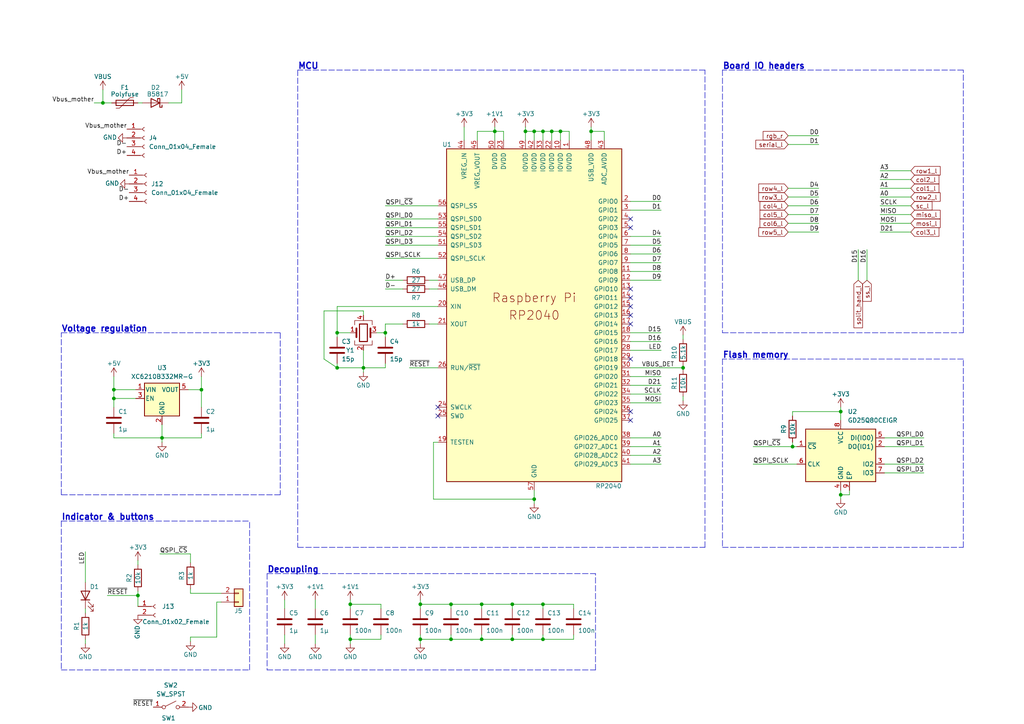
<source format=kicad_sch>
(kicad_sch (version 20211123) (generator eeschema)
  (paper "A4")
  (title_block (title "0xB2 - Splinky") (rev "2") (company "plut0nium"))
  (junction (at 46.99 127))
  (junction (at 105.41 106.68))
  (junction (at 154.94 38.1))
  (junction (at 162.56 38.1))
  (junction (at 111.76 96.52))
  (junction (at 157.48 185.42))
  (junction (at 101.6 185.42))
  (junction (at 40.005 172.72))
  (junction (at -85.09 48.26))
  (junction (at 157.48 38.1))
  (junction (at 97.79 96.52))
  (junction (at 157.48 175.26))
  (junction (at 101.6 175.26))
  (junction (at 121.92 185.42))
  (junction (at 148.59 185.42))
  (junction (at 130.81 175.26))
  (junction (at 148.59 175.26))
  (junction (at 152.4 38.1))
  (junction (at 160.02 38.1))
  (junction (at 33.02 113.03))
  (junction (at 171.45 38.1))
  (junction (at 139.7 185.42))
  (junction (at 154.94 144.78))
  (junction (at -104.14 72.39))
  (junction (at 198.12 106.68))
  (junction (at 58.42 113.03))
  (junction (at 229.87 129.54))
  (junction (at 139.7 175.26))
  (junction (at -68.58 40.64))
  (junction (at 130.81 185.42))
  (junction (at 97.79 106.68))
  (junction (at 33.02 115.57))
  (junction (at -85.09 50.8))
  (junction (at 243.84 119.38))
  (junction (at 29.845 29.845))
  (junction (at 143.51 38.1))
  (junction (at 243.84 143.51))
  (junction (at 121.92 175.26))
  (no_connect (at 373.38 85.09))
  (no_connect (at 182.88 119.38))
  (no_connect (at 182.88 121.92))
  (no_connect (at 182.88 83.82))
  (no_connect (at 182.88 104.14))
  (no_connect (at 182.88 86.36))
  (no_connect (at 182.88 88.9))
  (no_connect (at 182.88 91.44))
  (no_connect (at 182.88 93.98))
  (no_connect (at -88.9 60.96))
  (no_connect (at -88.9 63.5))
  (no_connect (at 182.88 63.5))
  (no_connect (at 182.88 66.04))
  (no_connect (at 324.485 83.185))
  (no_connect (at 127 118.11))
  (no_connect (at 127 120.65))
  (polyline (pts (xy 209.55 96.52) (xy 279.4 96.52)))
  (wire (pts (xy 171.45 38.1) (xy 171.45 40.64)))
  (wire (pts (xy 33.02 115.57) (xy 33.02 118.11)))
  (wire (pts (xy 105.41 91.44) (xy 105.41 90.17)))
  (wire (pts (xy 118.745 106.68) (xy 127 106.68)))
  (wire (pts (xy 58.42 109.22) (xy 58.42 113.03)))
  (wire (pts (xy 55.245 170.815) (xy 55.245 172.085)))
  (wire (pts (xy 82.55 173.99) (xy 82.55 176.53)))
  (wire (pts (xy 40.005 29.845) (xy 41.275 29.845)))
  (wire (pts (xy 267.97 134.62) (xy 256.54 134.62)))
  (wire (pts (xy 101.6 175.26) (xy 110.49 175.26)))
  (wire (pts (xy 121.92 173.99) (xy 121.92 175.26)))
  (polyline (pts (xy 17.78 194.31) (xy 72.39 194.31)))
  (wire (pts (xy 255.27 54.61) (xy 264.16 54.61)))
  (wire (pts (xy 228.6 67.31) (xy 237.49 67.31)))
  (polyline (pts (xy 204.47 158.75) (xy 204.47 20.32)))
  (wire (pts (xy 182.88 127) (xy 191.77 127)))
  (wire (pts (xy -88.9 50.8) (xy -85.09 50.8)))
  (wire (pts (xy 91.44 173.99) (xy 91.44 176.53)))
  (wire (pts (xy 267.97 137.16) (xy 256.54 137.16)))
  (polyline (pts (xy 279.4 104.14) (xy 209.55 104.14)))
  (wire (pts (xy 111.76 66.04) (xy 127 66.04)))
  (wire (pts (xy 182.88 101.6) (xy 191.77 101.6)))
  (wire (pts (xy 121.92 185.42) (xy 130.81 185.42)))
  (wire (pts (xy 33.02 113.03) (xy 39.37 113.03)))
  (wire (pts (xy 101.6 175.26) (xy 101.6 176.53)))
  (wire (pts (xy 243.84 118.11) (xy 243.84 119.38)))
  (wire (pts (xy 109.22 96.52) (xy 111.76 96.52)))
  (wire (pts (xy 105.41 106.68) (xy 105.41 107.95)))
  (wire (pts (xy 162.56 38.1) (xy 165.1 38.1)))
  (wire (pts (xy 48.895 29.845) (xy 52.705 29.845)))
  (wire (pts (xy 121.92 175.26) (xy 130.81 175.26)))
  (wire (pts (xy 228.6 64.77) (xy 237.49 64.77)))
  (wire (pts (xy 97.79 96.52) (xy 97.79 88.9)))
  (wire (pts (xy 111.76 68.58) (xy 127 68.58)))
  (wire (pts (xy 198.12 114.935) (xy 198.12 116.205)))
  (wire (pts (xy 143.51 38.1) (xy 143.51 40.64)))
  (wire (pts (xy 182.88 129.54) (xy 191.77 129.54)))
  (wire (pts (xy 130.81 184.15) (xy 130.81 185.42)))
  (wire (pts (xy -85.09 48.26) (xy -88.9 48.26)))
  (polyline (pts (xy -39.37 137.795) (xy -121.92 137.795)))
  (wire (pts (xy 121.92 185.42) (xy 121.92 186.69)))
  (wire (pts (xy 267.97 127) (xy 256.54 127)))
  (wire (pts (xy 52.705 26.035) (xy 52.705 29.845)))
  (wire (pts (xy 33.02 127) (xy 46.99 127)))
  (wire (pts (xy 125.73 128.27) (xy 127 128.27)))
  (wire (pts (xy 101.6 185.42) (xy 101.6 186.69)))
  (wire (pts (xy 124.46 81.28) (xy 127 81.28)))
  (wire (pts (xy -88.9 45.72) (xy -86.36 45.72)))
  (wire (pts (xy 93.98 90.17) (xy 93.98 104.14)))
  (wire (pts (xy 101.6 185.42) (xy 110.49 185.42)))
  (wire (pts (xy 251.46 81.28) (xy 251.46 72.39)))
  (wire (pts (xy 139.7 185.42) (xy 148.59 185.42)))
  (wire (pts (xy 124.46 93.98) (xy 127 93.98)))
  (wire (pts (xy -86.36 45.72) (xy -85.09 48.26)))
  (wire (pts (xy -105.41 72.39) (xy -104.14 72.39)))
  (wire (pts (xy 243.84 142.24) (xy 243.84 143.51)))
  (wire (pts (xy 157.48 38.1) (xy 157.48 40.64)))
  (wire (pts (xy 111.76 106.68) (xy 111.76 105.41)))
  (wire (pts (xy 62.865 174.625) (xy 62.865 184.785)))
  (wire (pts (xy -88.9 33.02) (xy -86.36 33.02)))
  (wire (pts (xy 46.355 160.655) (xy 55.245 160.655)))
  (wire (pts (xy 58.42 125.73) (xy 58.42 127)))
  (wire (pts (xy 255.27 64.77) (xy 264.16 64.77)))
  (wire (pts (xy 255.27 62.23) (xy 264.16 62.23)))
  (wire (pts (xy 229.87 129.54) (xy 231.14 129.54)))
  (wire (pts (xy 248.92 81.28) (xy 248.92 72.39)))
  (wire (pts (xy 105.41 106.68) (xy 111.76 106.68)))
  (wire (pts (xy 154.94 144.78) (xy 154.94 146.05)))
  (wire (pts (xy 182.88 109.22) (xy 191.77 109.22)))
  (wire (pts (xy 152.4 36.83) (xy 152.4 38.1)))
  (wire (pts (xy 146.05 40.64) (xy 146.05 38.1)))
  (wire (pts (xy 154.94 142.24) (xy 154.94 144.78)))
  (wire (pts (xy 40.005 171.45) (xy 40.005 172.72)))
  (wire (pts (xy 383.54 92.71) (xy 388.62 92.71)))
  (wire (pts (xy 175.26 40.64) (xy 175.26 38.1)))
  (wire (pts (xy 55.245 160.655) (xy 55.245 163.195)))
  (wire (pts (xy 198.12 106.68) (xy 198.12 107.315)))
  (wire (pts (xy 139.7 184.15) (xy 139.7 185.42)))
  (wire (pts (xy 157.48 185.42) (xy 166.37 185.42)))
  (wire (pts (xy 182.88 68.58) (xy 191.77 68.58)))
  (wire (pts (xy -111.76 72.39) (xy -110.49 72.39)))
  (wire (pts (xy 182.88 114.3) (xy 191.77 114.3)))
  (wire (pts (xy 97.79 106.68) (xy 105.41 106.68)))
  (wire (pts (xy 166.37 176.53) (xy 166.37 175.26)))
  (wire (pts (xy 171.45 38.1) (xy 175.26 38.1)))
  (wire (pts (xy 243.84 143.51) (xy 246.38 143.51)))
  (wire (pts (xy 125.73 128.27) (xy 125.73 144.78)))
  (wire (pts (xy 139.7 175.26) (xy 148.59 175.26)))
  (polyline (pts (xy -39.37 85.09) (xy -39.37 137.795)))
  (wire (pts (xy 58.42 113.03) (xy 58.42 118.11)))
  (wire (pts (xy 218.44 134.62) (xy 231.14 134.62)))
  (wire (pts (xy 228.6 39.37) (xy 237.49 39.37)))
  (wire (pts (xy 152.4 38.1) (xy 152.4 40.64)))
  (wire (pts (xy 105.41 90.17) (xy 93.98 90.17)))
  (wire (pts (xy 255.27 52.07) (xy 264.16 52.07)))
  (wire (pts (xy 228.6 59.69) (xy 237.49 59.69)))
  (polyline (pts (xy 209.55 104.14) (xy 209.55 158.75)))
  (wire (pts (xy 148.59 175.26) (xy 157.48 175.26)))
  (wire (pts (xy 110.49 184.15) (xy 110.49 185.42)))
  (polyline (pts (xy 17.78 151.13) (xy 17.78 194.31)))
  (wire (pts (xy 182.88 106.68) (xy 198.12 106.68)))
  (wire (pts (xy 243.84 119.38) (xy 243.84 121.92)))
  (wire (pts (xy 182.88 132.08) (xy 191.77 132.08)))
  (wire (pts (xy 24.765 176.53) (xy 24.765 177.8)))
  (wire (pts (xy 40.005 172.72) (xy 40.005 175.895)))
  (wire (pts (xy 182.88 111.76) (xy 191.77 111.76)))
  (wire (pts (xy 111.76 96.52) (xy 111.76 97.79)))
  (wire (pts (xy 62.865 184.785) (xy 55.245 184.785)))
  (wire (pts (xy -88.9 38.1) (xy -80.01 38.1)))
  (wire (pts (xy 228.6 57.15) (xy 237.49 57.15)))
  (wire (pts (xy 121.92 184.15) (xy 121.92 185.42)))
  (wire (pts (xy 171.45 36.83) (xy 171.45 38.1)))
  (wire (pts (xy 340.995 90.805) (xy 340.995 86.995)))
  (wire (pts (xy 97.79 97.79) (xy 97.79 96.52)))
  (wire (pts (xy 361.315 26.67) (xy 361.823 26.67)))
  (wire (pts (xy 24.765 185.42) (xy 24.765 186.69)))
  (polyline (pts (xy 279.4 96.52) (xy 279.4 20.32)))
  (polyline (pts (xy -121.92 16.51) (xy -39.37 16.51)))
  (wire (pts (xy 228.6 54.61) (xy 237.49 54.61)))
  (wire (pts (xy 218.44 129.54) (xy 229.87 129.54)))
  (wire (pts (xy 130.81 185.42) (xy 139.7 185.42)))
  (wire (pts (xy 82.55 184.15) (xy 82.55 186.69)))
  (wire (pts (xy 182.88 73.66) (xy 191.77 73.66)))
  (wire (pts (xy 97.79 105.41) (xy 97.79 106.68)))
  (wire (pts (xy 130.81 175.26) (xy 130.81 176.53)))
  (wire (pts (xy 97.79 96.52) (xy 101.6 96.52)))
  (wire (pts (xy 111.76 71.12) (xy 127 71.12)))
  (wire (pts (xy 91.44 184.15) (xy 91.44 186.69)))
  (wire (pts (xy 64.135 174.625) (xy 62.865 174.625)))
  (wire (pts (xy 154.94 38.1) (xy 157.48 38.1)))
  (wire (pts (xy 182.88 96.52) (xy 191.77 96.52)))
  (wire (pts (xy -68.58 40.64) (xy -68.58 41.91)))
  (wire (pts (xy 229.87 128.27) (xy 229.87 129.54)))
  (wire (pts (xy 148.59 184.15) (xy 148.59 185.42)))
  (polyline (pts (xy -39.37 16.51) (xy -39.37 85.09)))
  (wire (pts (xy 160.02 38.1) (xy 160.02 40.64)))
  (polyline (pts (xy 17.78 96.52) (xy 81.28 96.52)))
  (wire (pts (xy 33.02 125.73) (xy 33.02 127)))
  (wire (pts (xy -86.36 29.21) (xy -86.36 33.02)))
  (wire (pts (xy -104.14 72.39) (xy -104.14 73.66)))
  (polyline (pts (xy 77.47 194.31) (xy 172.72 194.31)))
  (wire (pts (xy -72.39 38.1) (xy -68.58 38.1)))
  (wire (pts (xy 255.27 59.69) (xy 264.16 59.69)))
  (wire (pts (xy -111.76 71.12) (xy -111.76 72.39)))
  (wire (pts (xy 97.79 88.9) (xy 127 88.9)))
  (wire (pts (xy 182.88 116.84) (xy 191.77 116.84)))
  (wire (pts (xy 246.38 142.24) (xy 246.38 143.51)))
  (wire (pts (xy 111.76 83.82) (xy 116.84 83.82)))
  (wire (pts (xy 267.97 129.54) (xy 256.54 129.54)))
  (wire (pts (xy 148.59 185.42) (xy 157.48 185.42)))
  (wire (pts (xy 33.02 109.22) (xy 33.02 113.03)))
  (wire (pts (xy 229.87 119.38) (xy 243.84 119.38)))
  (wire (pts (xy 138.43 38.1) (xy 143.51 38.1)))
  (wire (pts (xy 228.6 41.91) (xy 237.49 41.91)))
  (wire (pts (xy 33.02 113.03) (xy 33.02 115.57)))
  (wire (pts (xy -88.9 40.64) (xy -80.01 40.64)))
  (wire (pts (xy 27.305 29.845) (xy 29.845 29.845)))
  (wire (pts (xy 111.76 63.5) (xy 127 63.5)))
  (wire (pts (xy 55.245 184.785) (xy 55.245 186.055)))
  (wire (pts (xy 148.59 175.26) (xy 148.59 176.53)))
  (wire (pts (xy 29.845 26.035) (xy 29.845 29.845)))
  (polyline (pts (xy 172.72 194.31) (xy 172.72 166.37)))
  (polyline (pts (xy 81.28 143.51) (xy 17.78 143.51)))
  (wire (pts (xy 116.84 93.98) (xy 111.76 93.98)))
  (wire (pts (xy 143.51 36.83) (xy 143.51 38.1)))
  (polyline (pts (xy -122.555 137.795) (xy -121.92 16.51)))
  (wire (pts (xy 111.76 59.69) (xy 127 59.69)))
  (wire (pts (xy 165.1 40.64) (xy 165.1 38.1)))
  (polyline (pts (xy 209.55 158.75) (xy 279.4 158.75)))
  (polyline (pts (xy 77.47 166.37) (xy 172.72 166.37)))
  (wire (pts (xy 24.765 160.02) (xy 24.765 168.91)))
  (wire (pts (xy 157.48 38.1) (xy 160.02 38.1)))
  (wire (pts (xy 111.76 93.98) (xy 111.76 96.52)))
  (wire (pts (xy 46.99 123.19) (xy 46.99 127)))
  (wire (pts (xy 93.98 104.14) (xy 97.79 106.68)))
  (wire (pts (xy 229.87 120.65) (xy 229.87 119.38)))
  (wire (pts (xy 198.12 97.155) (xy 198.12 98.425)))
  (wire (pts (xy 124.46 83.82) (xy 127 83.82)))
  (wire (pts (xy 182.88 60.96) (xy 191.77 60.96)))
  (wire (pts (xy 157.48 175.26) (xy 166.37 175.26)))
  (wire (pts (xy 105.41 101.6) (xy 105.41 106.68)))
  (polyline (pts (xy 279.4 20.32) (xy 209.55 20.32)))
  (wire (pts (xy 182.88 76.2) (xy 191.77 76.2)))
  (wire (pts (xy -85.09 50.8) (xy -86.36 53.34)))
  (wire (pts (xy 54.61 113.03) (xy 58.42 113.03)))
  (wire (pts (xy 388.62 92.71) (xy 388.62 90.805)))
  (wire (pts (xy 182.88 78.74) (xy 191.77 78.74)))
  (wire (pts (xy 334.645 90.805) (xy 340.995 90.805)))
  (wire (pts (xy 121.92 175.26) (xy 121.92 176.53)))
  (wire (pts (xy 111.76 74.93) (xy 127 74.93)))
  (polyline (pts (xy 209.55 20.32) (xy 209.55 96.52)))
  (wire (pts (xy -85.09 48.26) (xy -79.375 48.26)))
  (wire (pts (xy 138.43 40.64) (xy 138.43 38.1)))
  (polyline (pts (xy 86.36 158.75) (xy 204.47 158.75)))
  (wire (pts (xy 154.94 38.1) (xy 154.94 40.64)))
  (wire (pts (xy 157.48 175.26) (xy 157.48 176.53)))
  (polyline (pts (xy 17.78 143.51) (xy 17.78 96.52)))
  (polyline (pts (xy 204.47 20.32) (xy 86.36 20.32)))
  (wire (pts (xy 182.88 58.42) (xy 191.77 58.42)))
  (wire (pts (xy -72.39 40.64) (xy -68.58 40.64)))
  (wire (pts (xy 111.76 81.28) (xy 116.84 81.28)))
  (wire (pts (xy 162.56 38.1) (xy 162.56 40.64)))
  (wire (pts (xy 198.12 106.045) (xy 198.12 106.68)))
  (wire (pts (xy 182.88 134.62) (xy 191.77 134.62)))
  (polyline (pts (xy 77.47 166.37) (xy 77.47 194.31)))
  (wire (pts (xy 255.27 57.15) (xy 264.16 57.15)))
  (wire (pts (xy -68.58 38.1) (xy -68.58 40.64)))
  (wire (pts (xy 264.16 67.31) (xy 255.27 67.31)))
  (wire (pts (xy 243.84 143.51) (xy 243.84 144.78)))
  (wire (pts (xy -86.36 53.34) (xy -88.9 53.34)))
  (wire (pts (xy 110.49 176.53) (xy 110.49 175.26)))
  (wire (pts (xy -85.09 50.8) (xy -79.375 50.8)))
  (wire (pts (xy 157.48 184.15) (xy 157.48 185.42)))
  (wire (pts (xy 55.245 172.085) (xy 64.135 172.085)))
  (wire (pts (xy 160.02 38.1) (xy 162.56 38.1)))
  (polyline (pts (xy 81.28 96.52) (xy 81.28 143.51)))
  (wire (pts (xy -104.14 71.12) (xy -104.14 72.39)))
  (polyline (pts (xy 72.39 194.31) (xy 72.39 151.13)))
  (wire (pts (xy 152.4 38.1) (xy 154.94 38.1)))
  (wire (pts (xy 182.88 81.28) (xy 191.77 81.28)))
  (wire (pts (xy 46.99 127) (xy 46.99 128.27)))
  (wire (pts (xy 166.37 184.15) (xy 166.37 185.42)))
  (polyline (pts (xy 17.78 151.13) (xy 72.39 151.13)))
  (wire (pts (xy 101.6 184.15) (xy 101.6 185.42)))
  (wire (pts (xy 31.115 172.72) (xy 40.005 172.72)))
  (wire (pts (xy 40.005 162.56) (xy 40.005 163.83)))
  (polyline (pts (xy 86.36 20.32) (xy 86.36 158.75)))
  (wire (pts (xy 125.73 144.78) (xy 154.94 144.78)))
  (wire (pts (xy 182.88 71.12) (xy 191.77 71.12)))
  (wire (pts (xy 134.62 36.83) (xy 134.62 40.64)))
  (wire (pts (xy 143.51 38.1) (xy 146.05 38.1)))
  (wire (pts (xy 139.7 175.26) (xy 139.7 176.53)))
  (wire (pts (xy 46.99 127) (xy 58.42 127)))
  (wire (pts (xy 29.845 29.845) (xy 32.385 29.845)))
  (wire (pts (xy 101.6 173.99) (xy 101.6 175.26)))
  (wire (pts (xy 33.02 115.57) (xy 39.37 115.57)))
  (wire (pts (xy 182.88 99.06) (xy 191.77 99.06)))
  (wire (pts (xy 228.6 62.23) (xy 237.49 62.23)))
  (wire (pts (xy 255.27 49.53) (xy 264.16 49.53)))
  (wire (pts (xy 130.81 175.26) (xy 139.7 175.26)))
  (polyline (pts (xy 279.4 158.75) (xy 279.4 104.14)))
  (text "Decoupling" (at 77.47 166.37 0) (effects (font (size 1.778 1.778) (thickness 0.3556) bold) (justify left bottom)))
  (text "Board IO headers" (at 209.55 20.32 0) (effects (font (size 1.778 1.778) (thickness 0.3556) bold) (justify left bottom)))
  (text "USB-C connector" (at -121.92 16.51 0) (effects (font (size 1.778 1.778) (thickness 0.3556) bold) (justify left bottom)))
  (text "Indicator & buttons" (at 17.78 151.13 0) (effects (font (size 1.778 1.778) (thickness 0.3556) bold) (justify left bottom)))
  (text "ESD protection" (at -111.76 98.425 0) (effects (font (size 1.778 1.778) (thickness 0.3556) bold) (justify left bottom)))
  (text "Voltage regulation" (at 17.78 96.52 0) (effects (font (size 1.778 1.778) (thickness 0.3556) bold) (justify left bottom)))
  (text "Headers" (at -81.28 62.865 0) (effects (font (size 1.778 1.778) (thickness 0.3556) bold) (justify left bottom)))
  (text "MCU" (at 86.36 20.32 0) (effects (font (size 1.778 1.778) (thickness 0.3556) bold) (justify left bottom)))
  (text "Flash memory" (at 209.55 104.14 0) (effects (font (size 1.778 1.778) (thickness 0.3556) bold) (justify left bottom)))
  (label "D8" (at 191.77 78.74 180))
  (label "QSPI_D2" (at 111.76 68.58 0))
  (label "SCLK" (at 191.77 114.3 180))
  (label "D15" (at 191.77 96.52 180))
  (label "Gnd_daughter" (at -93.345 125.73 0))
  (label "D16" (at 191.77 99.06 180))
  (label "LED" (at 191.77 101.6 180))
  (label "SCLK" (at 255.27 59.69 0))
  (label "Gnd_daughter" (at -104.14 73.66 0))
  (label "D0" (at 237.49 39.37 180))
  (label "D-_daughter" (at -103.505 118.11 180))
  (label "D+" (at 37.465 58.42 180))
  (label "VBUS_DET" (at 195.58 106.68 180))
  (label "D6" (at 191.77 73.66 180))
  (label "MOSI" (at 191.77 116.84 180))
  (label "D8" (at 237.49 64.77 180))
  (label "D+_daughter" (at -66.675 87.63 180))
  (label "D-" (at 37.465 55.88 180))
  (label "A2" (at 191.77 132.08 180))
  (label "Gnd_daughter" (at -66.675 82.55 180))
  (label "D7" (at 191.77 76.2 180))
  (label "D-" (at 111.76 83.82 0))
  (label "D1" (at 191.77 60.96 180))
  (label "~{RESET}" (at 31.115 172.72 0))
  (label "Vbus_daughter" (at -86.36 29.21 0))
  (label "QSPI_SCLK" (at 218.44 134.62 0))
  (label "D4" (at 191.77 68.58 180))
  (label "A3" (at 255.27 49.53 0))
  (label "D9" (at 237.49 67.31 180))
  (label "Vbus_daughter" (at -67.31 66.675 180))
  (label "QSPI_D0" (at 267.97 127 180))
  (label "D16" (at 251.46 72.39 270))
  (label "QSPI_~{CS}" (at 218.44 129.54 0))
  (label "QSPI_D1" (at 111.76 66.04 0))
  (label "D5" (at 237.49 57.15 180))
  (label "MOSI" (at 255.27 64.77 0))
  (label "D+" (at 36.83 45.085 180))
  (label "MISO" (at 255.27 62.23 0))
  (label "~{RESET}" (at 118.745 106.68 0))
  (label "D7" (at 237.49 62.23 180))
  (label "D-_daughter" (at -67.31 71.755 180))
  (label "QSPI_D3" (at 111.76 71.12 0))
  (label "~{RESET}" (at 44.45 205.105 180))
  (label "QSPI_~{CS}" (at 111.76 59.69 0))
  (label "Gnd_daughter" (at -67.31 69.215 180))
  (label "A1" (at 191.77 129.54 180))
  (label "Vbus_mother" (at 27.305 29.845 180))
  (label "D5" (at 191.77 71.12 180))
  (label "QSPI_D2" (at 267.97 134.62 180))
  (label "D-" (at 36.83 42.545 180))
  (label "D15" (at 248.92 72.39 270))
  (label "D9" (at 191.77 81.28 180))
  (label "A0" (at 255.27 57.15 0))
  (label "Vbus_mother" (at 36.83 37.465 180))
  (label "D+" (at 111.76 81.28 0))
  (label "D-_daughter" (at -79.375 48.26 0))
  (label "D+_daughter" (at -83.185 113.03 0))
  (label "D6" (at 237.49 59.69 180))
  (label "LED" (at 24.765 160.02 270))
  (label "Vbus_daughter" (at -66.675 80.01 180))
  (label "D21" (at 191.77 111.76 180))
  (label "QSPI_D1" (at 267.97 129.54 180))
  (label "MISO" (at 191.77 109.22 180))
  (label "Gnd_daughter" (at -68.58 41.91 0))
  (label "D-_daughter" (at -66.675 85.09 180))
  (label "A2" (at 255.27 52.07 0))
  (label "D+_daughter" (at -67.31 74.295 180))
  (label "D1" (at 237.49 41.91 180))
  (label "QSPI_~{CS}" (at 46.355 160.655 0))
  (label "Vbus_daughter" (at -93.345 105.41 0))
  (label "QSPI_SCLK" (at 111.76 74.93 0))
  (label "QSPI_D3" (at 267.97 137.16 180))
  (label "A3" (at 191.77 134.62 180))
  (label "D0" (at 191.77 58.42 180))
  (label "D21" (at 255.27 67.31 0))
  (label "Vbus_mother" (at 37.465 50.8 180))
  (label "D-_daughter" (at -103.505 113.03 180))
  (label "D+_daughter" (at -79.375 50.8 0))
  (label "A0" (at 191.77 127 180))
  (label "~{RESET}" (at 43.815 214.63 180))
  (label "QSPI_D0" (at 111.76 63.5 0))
  (label "D4" (at 237.49 54.61 180))
  (label "D+_daughter" (at -83.185 118.11 0))
  (label "A1" (at 255.27 54.61 0))
  (global_label "row3_l" (shape input) (at 362.839 58.42 180) (property "Intersheet References" "${INTERSHEET_REFS}" (effects hide)))
  (global_label "ss_l" (shape input) (at 361.315 29.21 180) (property "Intersheet References" "${INTERSHEET_REFS}" (effects hide)))
  (global_label "miso_l" (shape input) (at 361.315 36.83 180) (property "Intersheet References" "${INTERSHEET_REFS}" (effects hide)))
  (global_label "col3_l" (shape input) (at 264.16 67.31 0) (property "Intersheet References" "${INTERSHEET_REFS}" (effects hide)))
  (global_label "rgb_r" (shape input) (at 228.6 39.37 180) (property "Intersheet References" "${INTERSHEET_REFS}" (effects hide)))
  (global_label "split_hand_l" (shape input) (at 248.92 81.28 270) (property "Intersheet References" "${INTERSHEET_REFS}" (effects hide)))
  (global_label "sc_l" (shape input) (at 361.315 34.29 180) (property "Intersheet References" "${INTERSHEET_REFS}" (effects hide)))
  (global_label "col3_l" (shape input) (at 402.209 26.67 180) (property "Intersheet References" "${INTERSHEET_REFS}" (effects hide)))
  (global_label "col4_l" (shape input) (at 362.839 60.96 180) (property "Intersheet References" "${INTERSHEET_REFS}" (effects hide)))
  (global_label "col4_l" (shape input) (at 228.6 59.69 180) (property "Intersheet References" "${INTERSHEET_REFS}" (effects hide)))
  (global_label "col1_l" (shape input) (at 402.209 34.29 180) (property "Intersheet References" "${INTERSHEET_REFS}" (effects hide)))
  (global_label "row5_l" (shape input) (at 362.839 68.58 180) (property "Intersheet References" "${INTERSHEET_REFS}" (effects hide)))
  (global_label "ss_l" (shape input) (at 251.46 81.28 270) (property "Intersheet References" "${INTERSHEET_REFS}" (effects hide)))
  (global_label "row2_l" (shape input) (at 402.209 36.83 180) (property "Intersheet References" "${INTERSHEET_REFS}" (effects hide)))
  (global_label "col5_l" (shape input) (at 362.839 63.5 180) (property "Intersheet References" "${INTERSHEET_REFS}" (effects hide)))
  (global_label "row1_l" (shape input) (at 264.16 49.53 0) (property "Intersheet References" "${INTERSHEET_REFS}" (effects hide)))
  (global_label "row2_l" (shape input) (at 264.16 57.15 0) (property "Intersheet References" "${INTERSHEET_REFS}" (effects hide)))
  (global_label "serial_l" (shape input) (at 228.6 41.91 180) (property "Intersheet References" "${INTERSHEET_REFS}" (effects hide)))
  (global_label "row4_l" (shape input) (at 362.839 55.88 180) (property "Intersheet References" "${INTERSHEET_REFS}" (effects hide)))
  (global_label "serial_l" (shape input) (at 324.485 85.725 0) (property "Intersheet References" "${INTERSHEET_REFS}" (effects hide)))
  (global_label "row4_l" (shape input) (at 228.6 54.61 180) (property "Intersheet References" "${INTERSHEET_REFS}" (effects hide)))
  (global_label "col2_l" (shape input) (at 264.16 52.07 0) (property "Intersheet References" "${INTERSHEET_REFS}" (effects hide)))
  (global_label "rgb_r" (shape input) (at 383.667 35.052 180) (property "Intersheet References" "${INTERSHEET_REFS}" (effects hide)))
  (global_label "col6_l" (shape input) (at 228.6 64.77 180) (property "Intersheet References" "${INTERSHEET_REFS}" (effects hide)))
  (global_label "miso_l" (shape input) (at 264.16 62.23 0) (property "Intersheet References" "${INTERSHEET_REFS}" (effects hide)))
  (global_label "mosi_l" (shape input) (at 361.315 31.75 180) (property "Intersheet References" "${INTERSHEET_REFS}" (effects hide)))
  (global_label "mosi_l" (shape input) (at 264.16 64.77 0) (property "Intersheet References" "${INTERSHEET_REFS}" (effects hide)))
  (global_label "serial_l" (shape input) (at 373.38 87.63 0) (property "Intersheet References" "${INTERSHEET_REFS}" (effects hide)))
  (global_label "col5_l" (shape input) (at 228.6 62.23 180) (property "Intersheet References" "${INTERSHEET_REFS}" (effects hide)))
  (global_label "sc_l" (shape input) (at 264.16 59.69 0) (property "Intersheet References" "${INTERSHEET_REFS}" (effects hide)))
  (global_label "col6_l" (shape input) (at 362.839 66.04 180) (property "Intersheet References" "${INTERSHEET_REFS}" (effects hide)))
  (global_label "row5_l" (shape input) (at 228.6 67.31 180) (property "Intersheet References" "${INTERSHEET_REFS}" (effects hide)))
  (global_label "row1_l" (shape input) (at 402.209 29.21 180) (property "Intersheet References" "${INTERSHEET_REFS}" (effects hide)))
  (global_label "row3_l" (shape input) (at 228.6 57.15 180) (property "Intersheet References" "${INTERSHEET_REFS}" (effects hide)))
  (global_label "col1_l" (shape input) (at 264.16 54.61 0) (property "Intersheet References" "${INTERSHEET_REFS}" (effects hide)))
  (global_label "col2_l" (shape input) (at 402.209 31.75 180) (property "Intersheet References" "${INTERSHEET_REFS}" (effects hide)))
  (symbol (lib_id "power:GND") (at 36.83 40.005 270) (unit 1)
    (property "Reference" "#PWR042" (effects hide))
    (property "Value" "GND" (at 29.8451 39.849 90) (effects (justify left)))
  )
  (symbol (lib_id "Device:C") (at 148.59 180.34 0) (unit 1)
    (property "Reference" "C12" (at 149.86 177.8 0) (effects (justify left)))
    (property "Value" "100n" (at 149.86 182.88 0) (effects (justify left)))
    (property "Footprint" "Capacitor_SMD:C_0402_1005Metric" (effects hide))
    (property "LCSC" "C1525" (effects hide))
  )
  (symbol (lib_id "Connector_Generic:Conn_01x02") (at 69.215 174.625 0) (mirror x) (unit 1) (in_bom no)
    (property "Reference" "J5" (at 67.945 177.165 0) (effects (justify left)))
    (property "Value" "Conn_01x02" (effects hide))
    (property "Footprint" "drawings:PinHeader_1x02_P1.27mm_Vertical" (effects hide))
  )
  (symbol (lib_id "MCU_RaspberryPi_RP2040:RP2040") (at 154.94 91.44 0) (unit 1)
    (property "Reference" "U1" (at 128.27 41.91 0) (effects (justify left)))
    (property "Value" "RP2040" (at 172.72 140.97 0) (effects (justify left)))
    (property "Footprint" "0xLib_Package_DFN_QFN:QFN-56-1EP_7x7mm_P0.4mm_EP3.2x3.2mm" (effects hide))
    (property "LCSC" "C2040" (effects hide))
  )
  (symbol (lib_id "Device:R") (at -76.2 38.1 90) (unit 1)
    (property "Reference" "R4" (at -71.755 34.925 90))
    (property "Value" "5.1k" (at -76.2 38.1 90))
    (property "Footprint" "Resistor_SMD:R_0402_1005Metric" (effects hide))
    (property "LCSC" "C25905" (effects hide))
  )
  (symbol (lib_id "power:+3.3V") (at 40.005 162.56 0) (unit 1)
    (property "Reference" "#PWR04" (effects hide))
    (property "Value" "+3.3V" (at 40.005 158.75 0))
  )
  (symbol (lib_id "power:GND") (at 55.245 186.055 0) (unit 1)
    (property "Reference" "#PWR09" (effects hide))
    (property "Value" "GND" (at 55.245 189.865 0))
  )
  (symbol (lib_id "power:VBUS") (at 29.845 26.035 0) (unit 1)
    (property "Reference" "#PWR0104" (effects hide))
    (property "Value" "VBUS" (at 29.845 22.225 0))
  )
  (symbol (lib_id "Connector:Conn_01x05_Female") (at 407.289 31.75 0) (unit 1)
    (property "Reference" "J10" (at 406.019 22.86 0) (effects (justify left)))
    (property "Value" "Ribbon" (at 398.399 41.91 0) (effects (justify left)))
    (property "Footprint" "Library:5_PinHeader" (effects hide))
  )
  (symbol (lib_id "power:GND") (at 24.765 186.69 0) (unit 1)
    (property "Reference" "#PWR01" (effects hide))
    (property "Value" "GND" (at 24.765 190.5 0))
  )
  (symbol (lib_id "Switch:SW_SPST") (at 48.895 214.63 0) (unit 1)
    (property "Reference" "SW1" (at 48.895 208.28 0))
    (property "Value" "SW_SPST" (at 48.895 210.82 0))
    (property "Footprint" "Library:PushSwitch" (effects hide))
  )
  (symbol (lib_id "Device:R") (at 120.65 93.98 90) (unit 1)
    (property "Reference" "R8" (at 120.65 91.44 90))
    (property "Value" "1k" (at 120.65 93.98 90))
    (property "Footprint" "Resistor_SMD:R_0402_1005Metric" (effects hide))
    (property "LCSC" "C11702" (effects hide))
  )
  (symbol (lib_id "Device:Polyfuse") (at 36.195 29.845 90) (unit 1)
    (property "Reference" "F1" (at 36.195 25.4 90))
    (property "Value" "Polyfuse" (at 36.195 27.305 90))
    (property "Footprint" "Fuse:Fuse_0603_1608Metric" (effects hide))
    (property "LCSC" "C69679" (effects hide))
  )
  (symbol (lib_id "Device:R") (at 198.12 102.235 180) (unit 1)
    (property "Reference" "R10" (at 195.58 102.235 90))
    (property "Value" "5.1k" (at 198.12 102.235 90))
    (property "Footprint" "Resistor_SMD:R_0402_1005Metric" (effects hide))
    (property "LCSC" "C25905" (effects hide))
  )
  (symbol (lib_id "power:GND") (at 53.975 214.63 90) (unit 1)
    (property "Reference" "#PWR03" (effects hide))
    (property "Value" "GND" (at 60.9599 214.786 90) (effects (justify left)))
  )
  (symbol (lib_id "Device:C") (at 157.48 180.34 0) (unit 1)
    (property "Reference" "C13" (at 158.75 177.8 0) (effects (justify left)))
    (property "Value" "100n" (at 158.75 182.88 0) (effects (justify left)))
    (property "Footprint" "Capacitor_SMD:C_0402_1005Metric" (effects hide))
    (property "LCSC" "C1525" (effects hide))
  )
  (symbol (lib_id "power:GND") (at 37.465 53.34 270) (unit 1)
    (property "Reference" "#PWR044" (effects hide))
    (property "Value" "GND" (at 30.4801 53.184 90) (effects (justify left)))
  )
  (symbol (lib_id "Device:C") (at 166.37 180.34 0) (unit 1)
    (property "Reference" "C14" (at 167.64 177.8 0) (effects (justify left)))
    (property "Value" "100n" (at 167.64 182.88 0) (effects (justify left)))
    (property "Footprint" "Capacitor_SMD:C_0402_1005Metric" (effects hide))
    (property "LCSC" "C1525" (effects hide))
  )
  (symbol (lib_id "Device:R") (at 120.65 81.28 90) (unit 1)
    (property "Reference" "R6" (at 120.65 78.74 90))
    (property "Value" "27" (at 120.65 81.28 90))
    (property "Footprint" "Resistor_SMD:R_0402_1005Metric" (effects hide))
    (property "LCSC" "C25100" (effects hide))
  )
  (symbol (lib_id "Regulator_Linear:AP2127K-3.3") (at 46.99 115.57 0) (unit 1)
    (property "Reference" "U3" (at 46.99 106.68 0))
    (property "Value" "XC6210B332MR-G" (at 46.99 109.22 0))
    (property "Footprint" "Package_TO_SOT_SMD:SOT-23-5" (effects hide))
    (property "LCSC" "C82942" (effects hide))
    (property "LCSC2" "C47719" (effects hide))
  )
  (symbol (lib_id "Jumper:Jumper_2_Open") (at 329.565 90.805 0) (unit 1)
    (property "Reference" "JP1" (at 329.565 84.455 0))
    (property "Value" "Jumper_2_Open" (at 329.565 86.995 0))
    (property "Footprint" "local-libraries:SolderJumper-2_P1.3mm_Open_RoundedPad1.0x1.5mm" (effects hide))
  )
  (symbol (lib_id "Device:C") (at 121.92 180.34 0) (unit 1)
    (property "Reference" "C9" (at 123.19 177.8 0) (effects (justify left)))
    (property "Value" "100n" (at 123.19 182.88 0) (effects (justify left)))
    (property "Footprint" "Capacitor_SMD:C_0402_1005Metric" (effects hide))
    (property "LCSC" "C1525" (effects hide))
  )
  (symbol (lib_id "Memory_Flash:W25Q32JVZP") (at 243.84 132.08 0) (unit 1)
    (property "Reference" "U2" (at 245.8594 119.38 0) (effects (justify left)))
    (property "Value" "GD25Q80CEIGR" (at 245.8594 121.92 0) (effects (justify left)))
    (property "Footprint" "0xLib_Package_DFN_QFN:USON-8-1EP_3x2mm_P0.5mm_EP0.25x1.65mm" (effects hide))
    (property "LCSC" "C395484" (effects hide))
  )
  (symbol (lib_id "Device:C") (at 82.55 180.34 0) (unit 1)
    (property "Reference" "C5" (at 83.82 177.8 0) (effects (justify left)))
    (property "Value" "1µ" (at 83.82 182.88 0) (effects (justify left)))
    (property "Footprint" "Capacitor_SMD:C_0402_1005Metric" (effects hide))
    (property "LCSC" "C52923" (effects hide))
  )
  (symbol (lib_id "power:GND") (at 82.55 186.69 0) (unit 1)
    (property "Reference" "#PWR012" (effects hide))
    (property "Value" "GND" (at 82.55 190.5 0))
  )
  (symbol (lib_id "Device:C") (at 33.02 121.92 0) (unit 1)
    (property "Reference" "C1" (at 34.29 119.38 0) (effects (justify left)))
    (property "Value" "1µ" (at 34.29 124.46 0) (effects (justify left)))
    (property "Footprint" "Capacitor_SMD:C_0603_1608Metric" (effects hide))
    (property "LCSC" "C19666" (effects hide))
  )
  (symbol (lib_id "Device:Crystal_GND24") (at 105.41 96.52 0) (mirror x) (unit 1)
    (property "Reference" "Y1" (at 101.6 101.6 0))
    (property "Value" "Crystal_GND24" (effects hide))
    (property "Footprint" "Crystal:Crystal_SMD_2520-4Pin_2.5x2.0mm" (effects hide))
    (property "LCSC" "C2149204" (effects hide))
  )
  (symbol (lib_id "power:GND") (at 361.315 39.37 270) (unit 1)
    (property "Reference" "#PWR035" (effects hide))
    (property "Value" "GND" (at 354.965 39.37 90) (effects (justify left)))
  )
  (symbol (lib_id "Device:R") (at 198.12 111.125 180) (unit 1)
    (property "Reference" "R11" (at 195.58 111.125 90))
    (property "Value" "10k" (at 198.12 111.125 90))
    (property "Footprint" "Resistor_SMD:R_0402_1005Metric" (effects hide))
    (property "LCSC" "C25744" (effects hide))
  )
  (symbol (lib_id "Connector:Conn_01x04_Female") (at -62.23 69.215 0) (unit 1)
    (property "Reference" "J2" (at -60.96 69.2149 0) (effects (justify left)))
    (property "Value" "Conn_01x04_Female" (at -60.96 71.7549 0) (effects (justify left)))
    (property "Footprint" "drawings:PinHeader_1x04_P2.54mm_Vertical" (effects hide))
  )
  (symbol (lib_id "Device:LED") (at 24.765 172.72 90) (unit 1)
    (property "Reference" "D1" (at 26.035 170.18 90) (effects (justify right)))
    (property "Value" "LED" (effects hide))
    (property "Footprint" "LED_SMD:LED_0402_1005Metric" (effects hide))
    (property "LCSC" "C130719" (effects hide))
  )
  (symbol (lib_id "power:+3.3V") (at 152.4 36.83 0) (unit 1)
    (property "Reference" "#PWR023" (effects hide))
    (property "Value" "+3.3V" (at 152.4 33.02 0))
  )
  (symbol (lib_id "Connector:USB_C_Receptacle_USB2.0") (at -104.14 48.26 0) (unit 1)
    (property "Reference" "J1" (at -104.14 25.4 0))
    (property "Value" "USB_C_Receptacle_USB2.0" (at -104.14 27.94 0))
    (property "Footprint" "drawings:GT-USB-7014C" (effects hide))
    (property "Datasheet" "https://www.usb.org/sites/default/files/documents/usb_type-c.zip" (effects hide))
    (property "LCSC" "C223907" (effects hide))
  )
  (symbol (lib_id "power:+5V") (at 361.823 26.67 90) (unit 1)
    (property "Reference" "#PWR036" (effects hide))
    (property "Value" "+5V" (at 362.585 26.67 90) (effects (justify right)))
  )
  (symbol (lib_id "power:+3.3V") (at 82.55 173.99 0) (unit 1)
    (property "Reference" "#PWR011" (effects hide))
    (property "Value" "+3.3V" (at 82.55 170.18 0))
  )
  (symbol (lib_id "power:+1V1") (at 101.6 173.99 0) (unit 1)
    (property "Reference" "#PWR017" (effects hide))
    (property "Value" "+1V1" (at 101.6 170.18 0))
  )
  (symbol (lib_id "Jumper:Jumper_2_Open") (at 378.46 92.71 0) (unit 1)
    (property "Reference" "JP2" (at 378.46 86.36 0))
    (property "Value" "Jumper_2_Open" (at 378.46 88.9 0))
    (property "Footprint" "local-libraries:SolderJumper-2_P1.3mm_Open_RoundedPad1.0x1.5mm" (effects hide))
  )
  (symbol (lib_id "Device:C") (at 91.44 180.34 0) (unit 1)
    (property "Reference" "C6" (at 92.71 177.8 0) (effects (justify left)))
    (property "Value" "1µ" (at 92.71 182.88 0) (effects (justify left)))
    (property "Footprint" "Capacitor_SMD:C_0402_1005Metric" (effects hide))
    (property "LCSC" "C52923" (effects hide))
  )
  (symbol (lib_id "Device:R") (at 120.65 83.82 90) (unit 1)
    (property "Reference" "R7" (at 120.65 86.36 90))
    (property "Value" "27" (at 120.65 83.82 90))
    (property "Footprint" "Resistor_SMD:R_0402_1005Metric" (effects hide))
    (property "LCSC" "C25100" (effects hide))
  )
  (symbol (lib_id "power:+5V") (at 383.667 29.972 90) (unit 1)
    (property "Reference" "#PWR037" (effects hide))
    (property "Value" "+5V" (at 376.555 29.21 90) (effects (justify right)))
  )
  (symbol (lib_id "Switch:SW_SPST") (at 49.53 205.105 0) (unit 1)
    (property "Reference" "SW2" (at 49.53 198.755 0))
    (property "Value" "SW_SPST" (at 49.53 201.295 0))
    (property "Footprint" "Library:PushSwitch" (effects hide))
  )
  (symbol (lib_id "Connector:Conn_01x03_Female") (at 388.747 32.512 0) (unit 1)
    (property "Reference" "J9" (at 389.4583 31.8198 0) (effects (justify left)))
    (property "Value" "RGB" (at 382.905 41.91 0) (effects (justify left)))
    (property "Footprint" "Library:header1x03" (effects hide))
  )
  (symbol (lib_id "power:+1V1") (at 91.44 173.99 0) (unit 1)
    (property "Reference" "#PWR014" (effects hide))
    (property "Value" "+1V1" (at 91.44 170.18 0))
  )
  (symbol (lib_id "Device:R") (at 40.005 167.64 180) (unit 1)
    (property "Reference" "R2" (at 37.465 167.64 90))
    (property "Value" "10k" (at 40.005 167.64 90))
    (property "Footprint" "Resistor_SMD:R_0402_1005Metric" (effects hide))
    (property "LCSC" "C25744" (effects hide))
  )
  (symbol (lib_id "Device:R") (at 24.765 181.61 180) (unit 1)
    (property "Reference" "R1" (at 22.225 181.61 90))
    (property "Value" "1k" (at 24.765 181.61 90))
    (property "Footprint" "Resistor_SMD:R_0402_1005Metric" (effects hide))
    (property "LCSC" "C11702" (effects hide))
  )
  (symbol (lib_id "power:GND") (at 121.92 186.69 0) (unit 1)
    (property "Reference" "#PWR020" (effects hide))
    (property "Value" "GND" (at 121.92 190.5 0))
  )
  (symbol (lib_id "power:GND") (at 40.005 178.435 0) (unit 1)
    (property "Reference" "#PWR0105" (effects hide))
    (property "Value" "GND" (at 39.849 185.4199 90) (effects (justify left)))
  )
  (symbol (lib_id "power:+5V") (at 33.02 109.22 0) (unit 1)
    (property "Reference" "#PWR02" (effects hide))
    (property "Value" "+5V" (at 33.02 105.41 0))
  )
  (symbol (lib_id "Device:C") (at 58.42 121.92 0) (unit 1)
    (property "Reference" "C2" (at 59.69 119.38 0) (effects (justify left)))
    (property "Value" "1µ" (at 59.69 124.46 0) (effects (justify left)))
    (property "Footprint" "Capacitor_SMD:C_0603_1608Metric" (effects hide))
    (property "LCSC" "C19666" (effects hide))
  )
  (symbol (lib_id "power:+1V1") (at 143.51 36.83 0) (unit 1)
    (property "Reference" "#PWR022" (effects hide))
    (property "Value" "+1V1" (at 143.51 33.02 0))
  )
  (symbol (lib_id "Device:C") (at 111.76 101.6 0) (unit 1)
    (property "Reference" "C4" (at 113.03 99.06 0) (effects (justify left)))
    (property "Value" "15p" (at 113.03 104.14 0) (effects (justify left)))
    (property "Footprint" "Capacitor_SMD:C_0402_1005Metric" (effects hide))
    (property "LCSC" "C1548" (effects hide))
  )
  (symbol (lib_id "Connector:Conn_01x04_Female") (at 41.91 40.005 0) (unit 1)
    (property "Reference" "J4" (at 43.18 40.0049 0) (effects (justify left)))
    (property "Value" "Conn_01x04_Female" (at 43.18 42.5449 0) (effects (justify left)))
    (property "Footprint" "drawings:PinHeader_1x04_P2.54mm_Vertical" (effects hide))
  )
  (symbol (lib_id "Connector:Conn_01x06_Female") (at 367.919 60.96 0) (unit 1)
    (property "Reference" "J8" (at 366.649 52.07 0) (effects (justify left)))
    (property "Value" "Ribbon" (at 359.664 73.025 0) (effects (justify left)))
    (property "Footprint" "Library:6_PinHeader" (effects hide))
  )
  (symbol (lib_id "Connector:Conn_01x04_Female") (at -61.595 82.55 0) (unit 1)
    (property "Reference" "J3" (at -60.325 82.5499 0) (effects (justify left)))
    (property "Value" "Conn_01x04_Female" (at -60.325 85.0899 0) (effects (justify left)))
    (property "Footprint" "drawings:PinHeader_1x04_P2.54mm_Vertical" (effects hide))
  )
  (symbol (lib_id "power:+3.3V") (at 58.42 109.22 0) (unit 1)
    (property "Reference" "#PWR08" (effects hide))
    (property "Value" "+3.3V" (at 58.42 105.41 0))
  )
  (symbol (lib_id "Device:C") (at 110.49 180.34 0) (unit 1)
    (property "Reference" "C8" (at 111.76 177.8 0) (effects (justify left)))
    (property "Value" "100n" (at 111.76 182.88 0) (effects (justify left)))
    (property "Footprint" "Capacitor_SMD:C_0402_1005Metric" (effects hide))
    (property "LCSC" "C1525" (effects hide))
  )
  (symbol (lib_id "power:+3.3V") (at 243.84 118.11 0) (unit 1)
    (property "Reference" "#PWR027" (effects hide))
    (property "Value" "+3.3V" (at 243.84 114.3 0))
  )
  (symbol (lib_id "power:GND") (at 91.44 186.69 0) (unit 1)
    (property "Reference" "#PWR015" (effects hide))
    (property "Value" "GND" (at 91.44 190.5 0))
  )
  (symbol (lib_id "power:GND") (at 154.94 146.05 0) (unit 1)
    (property "Reference" "#PWR024" (effects hide))
    (property "Value" "GND" (at 154.94 149.86 0))
  )
  (symbol (lib_id "Device:FerriteBead_Small") (at -107.95 72.39 270) (unit 1)
    (property "Reference" "FB1" (at -113.03 74.93 90) (effects (justify left)))
    (property "Value" "FerriteBead_Small" (effects hide))
    (property "Footprint" "Inductor_SMD:L_0603_1608Metric" (effects hide))
    (property "LCSC" "C98288" (effects hide))
  )
  (symbol (lib_id "Connector:AudioJack4") (at 368.3 87.63 0) (unit 1)
    (property "Reference" "J11" (at 367.157 79.5082 0))
    (property "Value" "Serial" (at 368.3 100.965 0))
    (property "Footprint" "drawings:Jack_3.5mm_PJ320E_Horizontal_custom" (effects hide))
  )
  (symbol (lib_id "power:GND") (at 101.6 186.69 0) (unit 1)
    (property "Reference" "#PWR018" (effects hide))
    (property "Value" "GND" (at 101.6 190.5 0))
  )
  (symbol (lib_id "power:+5V") (at 388.62 90.805 0) (unit 1)
    (property "Reference" "#PWR032" (effects hide))
    (property "Value" "+5V" (at 388.62 85.09 0))
  )
  (symbol (lib_id "Device:R") (at 55.245 167.005 180) (unit 1)
    (property "Reference" "R3" (at 52.705 167.005 90))
    (property "Value" "1k" (at 55.245 167.005 90))
    (property "Footprint" "Resistor_SMD:R_0402_1005Metric" (effects hide))
    (property "LCSC" "C11702" (effects hide))
  )
  (symbol (lib_id "Device:R") (at -76.2 40.64 90) (unit 1)
    (property "Reference" "R5" (at -76.2 43.18 90))
    (property "Value" "5.1k" (at -76.2 40.64 90))
    (property "Footprint" "Resistor_SMD:R_0402_1005Metric" (effects hide))
    (property "LCSC" "C25905" (effects hide))
  )
  (symbol (lib_id "power:+3.3V") (at 121.92 173.99 0) (unit 1)
    (property "Reference" "#PWR019" (effects hide))
    (property "Value" "+3.3V" (at 121.92 170.18 0))
  )
  (symbol (lib_id "Device:C") (at 101.6 180.34 0) (unit 1)
    (property "Reference" "C7" (at 102.87 177.8 0) (effects (justify left)))
    (property "Value" "100n" (at 102.87 182.88 0) (effects (justify left)))
    (property "Footprint" "Capacitor_SMD:C_0402_1005Metric" (effects hide))
    (property "LCSC" "C1525" (effects hide))
  )
  (symbol (lib_id "Power_Protection:USBLC6-2P6") (at -93.345 115.57 0) (unit 1)
    (property "Reference" "U4" (at -90.5763 102.235 0) (effects (justify left)))
    (property "Value" "USBLC6-2P6" (at -90.5763 104.775 0) (effects (justify left)))
    (property "Footprint" "Package_TO_SOT_SMD:SOT-666" (effects hide))
    (property "Datasheet" "https://www.st.com/resource/en/datasheet/usblc6-2.pdf" (effects hide))
  )
  (symbol (lib_id "Device:D_Schottky") (at 45.085 29.845 180) (unit 1)
    (property "Reference" "D2" (at 45.085 25.4 0))
    (property "Value" "B5817" (at 45.72 27.305 0))
    (property "Footprint" "Diode_SMD:D_SOD-323" (effects hide))
    (property "LCSC" "C123899" (effects hide))
  )
  (symbol (lib_id "Connector:Conn_01x06_Female") (at 366.395 31.75 0) (unit 1)
    (property "Reference" "J7" (at 367.665 33.02 0) (effects (justify left)))
    (property "Value" "trackball" (at 360.045 41.91 0) (effects (justify left)))
    (property "Footprint" "Library:6_PinHeader" (effects hide))
  )
  (symbol (lib_id "Device:C") (at 97.79 101.6 0) (unit 1)
    (property "Reference" "C3" (at 99.06 99.06 0) (effects (justify left)))
    (property "Value" "15p" (at 99.06 104.14 0) (effects (justify left)))
    (property "Footprint" "Capacitor_SMD:C_0402_1005Metric" (effects hide))
    (property "LCSC" "C1548" (effects hide))
  )
  (symbol (lib_id "Connector:Conn_01x02_Female") (at 45.085 175.895 0) (unit 1)
    (property "Reference" "J13" (at 46.99 175.8949 0) (effects (justify left)))
    (property "Value" "Conn_01x02_Female" (at 41.275 180.34 0) (effects (justify left)))
    (property "Footprint" "drawings:PinHeader_1x02_P1.27mm_Vertical" (effects hide))
  )
  (symbol (lib_id "power:+5V") (at 340.995 86.995 0) (unit 1)
    (property "Reference" "#PWR034" (effects hide))
    (property "Value" "+5V" (at 340.995 81.28 0))
  )
  (symbol (lib_id "power:GND") (at 54.61 205.105 90) (unit 1)
    (property "Reference" "#PWR05" (effects hide))
    (property "Value" "GND" (at 61.5949 205.261 90) (effects (justify left)))
  )
  (symbol (lib_id "Device:C") (at 139.7 180.34 0) (unit 1)
    (property "Reference" "C11" (at 140.97 177.8 0) (effects (justify left)))
    (property "Value" "100n" (at 140.97 182.88 0) (effects (justify left)))
    (property "Footprint" "Capacitor_SMD:C_0402_1005Metric" (effects hide))
    (property "LCSC" "C1525" (effects hide))
  )
  (symbol (lib_id "power:GND") (at 243.84 144.78 0) (unit 1)
    (property "Reference" "#PWR028" (effects hide))
    (property "Value" "GND" (at 243.84 148.59 0))
  )
  (symbol (lib_id "Connector:AudioJack4") (at 319.405 85.725 0) (unit 1)
    (property "Reference" "J6" (at 318.262 77.6032 0))
    (property "Value" "Serial" (at 319.405 99.06 0))
    (property "Footprint" "drawings:Jack_3.5mm_PJ320E_Horizontal_custom" (effects hide))
  )
  (symbol (lib_id "power:GND") (at 105.41 107.95 0) (unit 1)
    (property "Reference" "#PWR016" (effects hide))
    (property "Value" "GND" (at 105.41 111.76 0))
  )
  (symbol (lib_id "power:GND") (at 373.38 90.17 90) (unit 1)
    (property "Reference" "#PWR031" (effects hide))
    (property "Value" "GND" (at 380.3649 90.326 90) (effects (justify left)))
  )
  (symbol (lib_id "power:GND") (at 46.99 128.27 0) (unit 1)
    (property "Reference" "#PWR06" (effects hide))
    (property "Value" "GND" (at 46.99 132.08 0))
  )
  (symbol (lib_id "power:GND") (at 198.12 116.205 0) (unit 1)
    (property "Reference" "#PWR0101" (effects hide))
    (property "Value" "GND" (at 198.12 120.015 0))
  )
  (symbol (lib_id "power:GND") (at 383.667 32.512 270) (unit 1)
    (property "Reference" "#PWR038" (effects hide))
    (property "Value" "GND" (at 376.6821 32.356 90) (effects (justify left)))
  )
  (symbol (lib_id "power:+3.3V") (at 134.62 36.83 0) (unit 1)
    (property "Reference" "#PWR021" (effects hide))
    (property "Value" "+3.3V" (at 134.62 33.02 0))
  )
  (symbol (lib_id "Device:R") (at 229.87 124.46 180) (unit 1)
    (property "Reference" "R9" (at 227.33 124.46 90))
    (property "Value" "10k" (at 229.87 124.46 90))
    (property "Footprint" "Resistor_SMD:R_0402_1005Metric" (effects hide))
    (property "LCSC" "C25744" (effects hide))
  )
  (symbol (lib_id "power:GND") (at 324.485 88.265 90) (unit 1)
    (property "Reference" "#PWR033" (effects hide))
    (property "Value" "GND" (at 331.4699 88.421 90) (effects (justify left)))
  )
  (symbol (lib_id "power:+3.3V") (at 171.45 36.83 0) (unit 1)
    (property "Reference" "#PWR025" (effects hide))
    (property "Value" "+3.3V" (at 171.45 33.02 0))
  )
  (symbol (lib_id "Device:C") (at 130.81 180.34 0) (unit 1)
    (property "Reference" "C10" (at 132.08 177.8 0) (effects (justify left)))
    (property "Value" "100n" (at 132.08 182.88 0) (effects (justify left)))
    (property "Footprint" "Capacitor_SMD:C_0402_1005Metric" (effects hide))
    (property "LCSC" "C1525" (effects hide))
  )
  (symbol (lib_id "power:VBUS") (at 198.12 97.155 0) (unit 1)
    (property "Reference" "#PWR0102" (effects hide))
    (property "Value" "VBUS" (at 198.12 93.345 0))
  )
  (symbol (lib_id "Connector:Conn_01x04_Female") (at 42.545 53.34 0) (unit 1)
    (property "Reference" "J12" (at 43.815 53.3399 0) (effects (justify left)))
    (property "Value" "Conn_01x04_Female" (at 43.815 55.8799 0) (effects (justify left)))
    (property "Footprint" "drawings:PinHeader_1x04_P2.54mm_Vertical" (effects hide))
  )
  (symbol (lib_id "power:+5V") (at 52.705 26.035 0) (unit 1)
    (property "Reference" "#PWR0103" (effects hide))
    (property "Value" "+5V" (at 52.705 22.225 0))
  )
)
</source>
